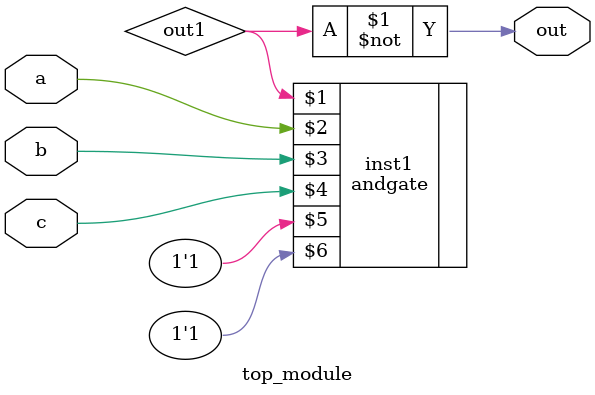
<source format=v>
module top_module (input a, input b, input c, output out);//

    wire out1;
    andgate inst1( out1,a,b,c,1'b1,1'b1 );
    assign out=~out1;

endmodule

</source>
